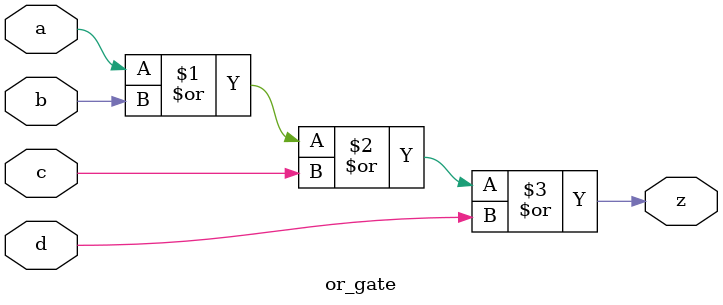
<source format=v>
`timescale 1ns / 1ps
module encoder8_3_st(
    input [7:0] d,
    output [2:0] y
    );
or_gate o1(d[4],d[5],d[6],d[7],y[2]),
        o2(d[2],d[3],d[6],d[7],y[1]),
        o3(d[1],d[3],d[5],d[7],y[0]);
endmodule

module or_gate(input a,b,c,d,output z);
assign z=a|b|c|d;
endmodule 
</source>
